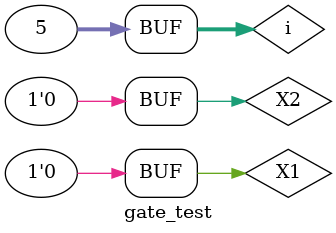
<source format=v>
`timescale 1ns / 1ps


module gate_test;

	// Inputs
	reg X1, X2;

	// Outputs
	wire Y_inv, Y_nand2, Y_nor2, Y_xor2;
	
	// Variables
	integer i;

	// Instantiate the Units Under Test (UUT)
	
	// Inverter Single Input
	inverter uut (
		.Y(Y_inv), 
		.X(X1)
	);
	
	// 2-input NAND Gate
	nand2 uut2 (
		.Y(Y_nand2),
		.X1(X1),
		.X2(X2)
	);
	
	// 2-input NOR Gate
	nor2 uut3 (
		.Y(Y_nor2),
		.X1(X1),
		.X2(X2)
	);
	
	// 2-input XOR Gate
	xor2 uut4 (
		.Y(Y_xor2),
		.X1(X1),
		.X2(X2)
	);

	initial begin
		// Initialize Inputs
		X1 = 0;
		X2 = 0;
	
		// Loop Through All Possibilities
		for(i=1; i<=4; i=i+1)
		begin
			#10 {X1, X2} = {X1, X2} + 1;
		end

	end
      
endmodule


</source>
